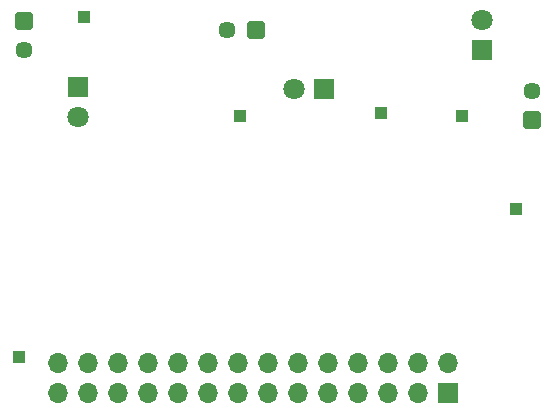
<source format=gbr>
%TF.GenerationSoftware,KiCad,Pcbnew,(7.0.0-0)*%
%TF.CreationDate,2024-03-24T23:26:04+02:00*%
%TF.ProjectId,MicroMouse Sensor ,4d696372-6f4d-46f7-9573-652053656e73,rev?*%
%TF.SameCoordinates,Original*%
%TF.FileFunction,Soldermask,Bot*%
%TF.FilePolarity,Negative*%
%FSLAX46Y46*%
G04 Gerber Fmt 4.6, Leading zero omitted, Abs format (unit mm)*
G04 Created by KiCad (PCBNEW (7.0.0-0)) date 2024-03-24 23:26:04*
%MOMM*%
%LPD*%
G01*
G04 APERTURE LIST*
G04 Aperture macros list*
%AMRoundRect*
0 Rectangle with rounded corners*
0 $1 Rounding radius*
0 $2 $3 $4 $5 $6 $7 $8 $9 X,Y pos of 4 corners*
0 Add a 4 corners polygon primitive as box body*
4,1,4,$2,$3,$4,$5,$6,$7,$8,$9,$2,$3,0*
0 Add four circle primitives for the rounded corners*
1,1,$1+$1,$2,$3*
1,1,$1+$1,$4,$5*
1,1,$1+$1,$6,$7*
1,1,$1+$1,$8,$9*
0 Add four rect primitives between the rounded corners*
20,1,$1+$1,$2,$3,$4,$5,0*
20,1,$1+$1,$4,$5,$6,$7,0*
20,1,$1+$1,$6,$7,$8,$9,0*
20,1,$1+$1,$8,$9,$2,$3,0*%
G04 Aperture macros list end*
%ADD10C,1.454000*%
%ADD11RoundRect,0.102000X0.625000X-0.625000X0.625000X0.625000X-0.625000X0.625000X-0.625000X-0.625000X0*%
%ADD12RoundRect,0.102000X0.625000X0.625000X-0.625000X0.625000X-0.625000X-0.625000X0.625000X-0.625000X0*%
%ADD13RoundRect,0.102000X-0.625000X0.625000X-0.625000X-0.625000X0.625000X-0.625000X0.625000X0.625000X0*%
%ADD14R,1.000000X1.000000*%
%ADD15R,1.800000X1.800000*%
%ADD16C,1.800000*%
%ADD17R,1.700000X1.700000*%
%ADD18O,1.700000X1.700000*%
G04 APERTURE END LIST*
D10*
%TO.C,D6_Right1*%
X247650000Y-97068000D03*
D11*
X247650000Y-99568000D03*
%TD*%
D12*
%TO.C,D6_Front1*%
X224314172Y-91897000D03*
D10*
X221814172Y-91897000D03*
%TD*%
D13*
%TO.C,D6_Left1*%
X204615672Y-91167000D03*
D10*
X204615672Y-93667000D03*
%TD*%
D14*
%TO.C,TP6*%
X209695671Y-90872999D03*
%TD*%
D15*
%TO.C,D3_Left1*%
X209218671Y-96734999D03*
D16*
X209218672Y-99275000D03*
%TD*%
D14*
%TO.C,TP4*%
X222903671Y-99254999D03*
%TD*%
%TO.C,TP2*%
X204215999Y-119633999D03*
%TD*%
%TO.C,TP3*%
X234841671Y-99000999D03*
%TD*%
D15*
%TO.C,D1_Front1*%
X230015671Y-96968999D03*
D16*
X227475672Y-96969000D03*
%TD*%
D15*
%TO.C,D2_Right1*%
X243446671Y-93646999D03*
D16*
X243446672Y-91107000D03*
%TD*%
D14*
%TO.C,TP5*%
X246271671Y-107128999D03*
%TD*%
%TO.C,TP1*%
X241699671Y-99254999D03*
%TD*%
D17*
%TO.C,J1*%
X240537999Y-122681999D03*
D18*
X240537999Y-120141999D03*
X237997999Y-122681999D03*
X237997999Y-120141999D03*
X235457999Y-122681999D03*
X235457999Y-120141999D03*
X232917999Y-122681999D03*
X232917999Y-120141999D03*
X230377999Y-122681999D03*
X230377999Y-120141999D03*
X227837999Y-122681999D03*
X227837999Y-120141999D03*
X225297999Y-122681999D03*
X225297999Y-120141999D03*
X222757999Y-122681999D03*
X222757999Y-120141999D03*
X220217999Y-122681999D03*
X220217999Y-120141999D03*
X217677999Y-122681999D03*
X217677999Y-120141999D03*
X215137999Y-122681999D03*
X215137999Y-120141999D03*
X212597999Y-122681999D03*
X212597999Y-120141999D03*
X210057999Y-122681999D03*
X210057999Y-120141999D03*
X207517999Y-122681999D03*
X207517999Y-120141999D03*
%TD*%
M02*

</source>
